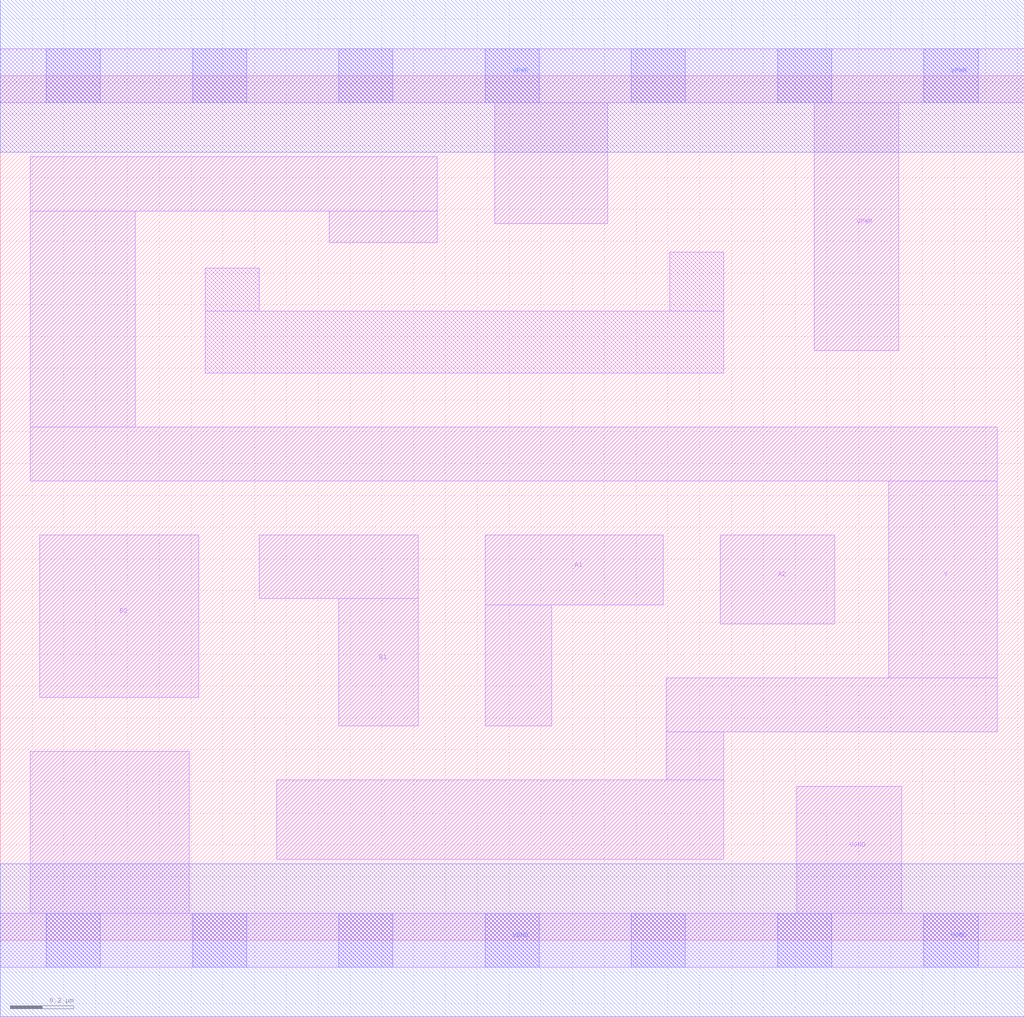
<source format=lef>
# Copyright 2020 The SkyWater PDK Authors
#
# Licensed under the Apache License, Version 2.0 (the "License");
# you may not use this file except in compliance with the License.
# You may obtain a copy of the License at
#
#     https://www.apache.org/licenses/LICENSE-2.0
#
# Unless required by applicable law or agreed to in writing, software
# distributed under the License is distributed on an "AS IS" BASIS,
# WITHOUT WARRANTIES OR CONDITIONS OF ANY KIND, either express or implied.
# See the License for the specific language governing permissions and
# limitations under the License.
#
# SPDX-License-Identifier: Apache-2.0

VERSION 5.7 ;
  NAMESCASESENSITIVE ON ;
  NOWIREEXTENSIONATPIN ON ;
  DIVIDERCHAR "/" ;
  BUSBITCHARS "[]" ;
UNITS
  DATABASE MICRONS 200 ;
END UNITS
PROPERTYDEFINITIONS
  MACRO maskLayoutSubType STRING ;
  MACRO prCellType STRING ;
  MACRO originalViewName STRING ;
END PROPERTYDEFINITIONS
MACRO sky130_fd_sc_hdll__a22oi_1
  CLASS CORE ;
  FOREIGN sky130_fd_sc_hdll__a22oi_1 ;
  ORIGIN  0.000000  0.000000 ;
  SIZE  3.220000 BY  2.720000 ;
  SYMMETRY X Y R90 ;
  SITE unithd ;
  PIN A1
    ANTENNAGATEAREA  0.277500 ;
    DIRECTION INPUT ;
    USE SIGNAL ;
    PORT
      LAYER li1 ;
        RECT 1.525000 0.675000 1.735000 1.055000 ;
        RECT 1.525000 1.055000 2.085000 1.275000 ;
    END
  END A1
  PIN A2
    ANTENNAGATEAREA  0.277500 ;
    DIRECTION INPUT ;
    USE SIGNAL ;
    PORT
      LAYER li1 ;
        RECT 2.265000 0.995000 2.625000 1.275000 ;
    END
  END A2
  PIN B1
    ANTENNAGATEAREA  0.277500 ;
    DIRECTION INPUT ;
    USE SIGNAL ;
    PORT
      LAYER li1 ;
        RECT 0.815000 1.075000 1.315000 1.275000 ;
        RECT 1.065000 0.675000 1.315000 1.075000 ;
    END
  END B1
  PIN B2
    ANTENNAGATEAREA  0.277500 ;
    DIRECTION INPUT ;
    USE SIGNAL ;
    PORT
      LAYER li1 ;
        RECT 0.125000 0.765000 0.625000 1.275000 ;
    END
  END B2
  PIN Y
    ANTENNADIFFAREA  0.917000 ;
    DIRECTION OUTPUT ;
    USE SIGNAL ;
    PORT
      LAYER li1 ;
        RECT 0.095000 1.445000 3.135000 1.615000 ;
        RECT 0.095000 1.615000 0.425000 2.295000 ;
        RECT 0.095000 2.295000 1.375000 2.465000 ;
        RECT 0.870000 0.255000 2.275000 0.505000 ;
        RECT 1.035000 2.195000 1.375000 2.295000 ;
        RECT 2.095000 0.505000 2.275000 0.655000 ;
        RECT 2.095000 0.655000 3.135000 0.825000 ;
        RECT 2.795000 0.825000 3.135000 1.445000 ;
    END
  END Y
  PIN VGND
    DIRECTION INOUT ;
    USE GROUND ;
    PORT
      LAYER li1 ;
        RECT 0.000000 -0.085000 3.220000 0.085000 ;
        RECT 0.095000  0.085000 0.595000 0.595000 ;
        RECT 2.505000  0.085000 2.835000 0.485000 ;
      LAYER mcon ;
        RECT 0.145000 -0.085000 0.315000 0.085000 ;
        RECT 0.605000 -0.085000 0.775000 0.085000 ;
        RECT 1.065000 -0.085000 1.235000 0.085000 ;
        RECT 1.525000 -0.085000 1.695000 0.085000 ;
        RECT 1.985000 -0.085000 2.155000 0.085000 ;
        RECT 2.445000 -0.085000 2.615000 0.085000 ;
        RECT 2.905000 -0.085000 3.075000 0.085000 ;
      LAYER met1 ;
        RECT 0.000000 -0.240000 3.220000 0.240000 ;
    END
  END VGND
  PIN VPWR
    DIRECTION INOUT ;
    USE POWER ;
    PORT
      LAYER li1 ;
        RECT 0.000000 2.635000 3.220000 2.805000 ;
        RECT 1.555000 2.255000 1.910000 2.635000 ;
        RECT 2.560000 1.855000 2.825000 2.635000 ;
      LAYER mcon ;
        RECT 0.145000 2.635000 0.315000 2.805000 ;
        RECT 0.605000 2.635000 0.775000 2.805000 ;
        RECT 1.065000 2.635000 1.235000 2.805000 ;
        RECT 1.525000 2.635000 1.695000 2.805000 ;
        RECT 1.985000 2.635000 2.155000 2.805000 ;
        RECT 2.445000 2.635000 2.615000 2.805000 ;
        RECT 2.905000 2.635000 3.075000 2.805000 ;
      LAYER met1 ;
        RECT 0.000000 2.480000 3.220000 2.960000 ;
    END
  END VPWR
  OBS
    LAYER li1 ;
      RECT 0.645000 1.785000 2.275000 1.980000 ;
      RECT 0.645000 1.980000 0.815000 2.115000 ;
      RECT 2.105000 1.980000 2.275000 2.165000 ;
  END
  PROPERTY maskLayoutSubType "abstract" ;
  PROPERTY prCellType "standard" ;
  PROPERTY originalViewName "layout" ;
END sky130_fd_sc_hdll__a22oi_1

</source>
